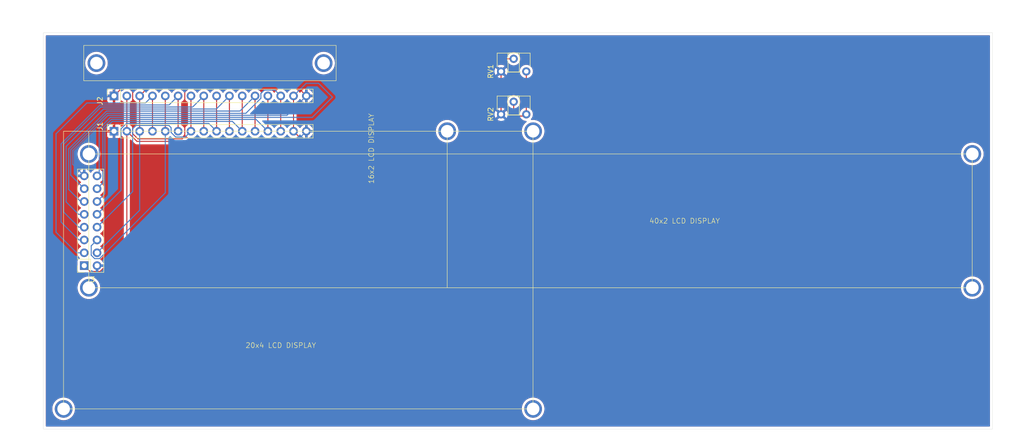
<source format=kicad_pcb>
(kicad_pcb (version 20240108) (generator "pcbnew") (generator_version "8.0")
  (layers (0 "F.Cu" signal) (31 "B.Cu" signal) (34 "B.Paste" user) (35 "F.Paste" user) (36 "B.SilkS" user "B.Silkscreen") (37 "F.SilkS" user "F.Silkscreen") (38 "B.Mask" user) (39 "F.Mask" user) (44 "Edge.Cuts" user))
  (net 0 "")
  (net 1 "GND")
  (net 2 "Net-(J1-Pin_6)")
  (net 3 "VDD")
  (net 4 "Net-(J1-Pin_10)")
  (net 5 "Net-(J1-Pin_9)")
  (net 6 "Net-(J1-Pin_14)")
  (net 7 "Net-(J1-Pin_15)")
  (net 8 "Net-(J1-Pin_11)")
  (net 9 "Net-(J1-Pin_5)")
  (net 10 "Net-(J1-Pin_12)")
  (net 11 "Net-(J1-Pin_8)")
  (net 12 "Net-(J1-Pin_7)")
  (net 13 "Net-(J1-Pin_3)")
  (net 14 "Net-(J1-Pin_4)")
  (net 15 "Net-(J1-Pin_13)")
  (footprint "Connector_PinSocket_2.54mm:PinSocket_2x08_P2.54mm_Vertical" (layer "F.Cu") (at 53.58 109.62 180)
    (property "Reference" "J3" (at -1.27 -2.77 0) (layer "F.SilkS"))
    (property "Value" "Conn_02x08_Odd_Even")
    (fp_line (start 1.33 1.27) (end 1.33 19.11) (stroke (width 0.12)) (layer "F.SilkS"))
    (fp_line (start 1.33 -1.33) (end 1.33 0) (stroke (width 0.12)) (layer "F.SilkS"))
    (fp_line (start 0 -1.33) (end 1.33 -1.33) (stroke (width 0.12)) (layer "F.SilkS"))
    (fp_line (start -1.27 1.27) (end 1.33 1.27) (stroke (width 0.12)) (layer "F.SilkS"))
    (fp_line (start -1.27 -1.33) (end -1.27 1.27) (stroke (width 0.12)) (layer "F.SilkS"))
    (fp_line (start -3.87 19.11) (end 1.33 19.11) (stroke (width 0.12)) (layer "F.SilkS"))
    (fp_line (start -3.87 -1.33) (end -1.27 -1.33) (stroke (width 0.12)) (layer "F.SilkS"))
    (fp_line (start -3.87 -1.33) (end -3.87 19.11) (stroke (width 0.12)) (layer "F.SilkS"))
    (pad "1" thru_hole oval (at -2.54 0 180) (size 1.7 1.7) (drill 1) (layers "*.Cu" "*.Mask") (net 1 "GND"))
    (pad "2" thru_hole rect (at 0 0 180) (size 1.7 1.7) (drill 1) (layers "*.Cu" "*.Mask") (net 3 "VDD"))
    (pad "3" thru_hole oval (at -2.54 2.54 180) (size 1.7 1.7) (drill 1) (layers "*.Cu" "*.Mask") (net 13 "Net-(J1-Pin_3)"))
    (pad "4" thru_hole oval (at 0 2.54 180) (size 1.7 1.7) (drill 1) (layers "*.Cu" "*.Mask") (net 14 "Net-(J1-Pin_4)"))
    (pad "5" thru_hole oval (at -2.54 5.08 180) (size 1.7 1.7) (drill 1) (layers "*.Cu" "*.Mask") (net 9 "Net-(J1-Pin_5)"))
    (pad "6" thru_hole oval (at 0 5.08 180) (size 1.7 1.7) (drill 1) (layers "*.Cu" "*.Mask") (net 2 "Net-(J1-Pin_6)"))
    (pad "7" thru_hole oval (at -2.54 7.62 180) (size 1.7 1.7) (drill 1) (layers "*.Cu" "*.Mask") (net 12 "Net-(J1-Pin_7)"))
    (pad "8" thru_hole oval (at 0 7.62 180) (size 1.7 1.7) (drill 1) (layers "*.Cu" "*.Mask") (net 11 "Net-(J1-Pin_8)"))
    (pad "9" thru_hole oval (at -2.54 10.16 180) (size 1.7 1.7) (drill 1) (layers "*.Cu" "*.Mask") (net 5 "Net-(J1-Pin_9)"))
    (pad "10" thru_hole oval (at 0 10.16 180) (size 1.7 1.7) (drill 1) (layers "*.Cu" "*.Mask") (net 4 "Net-(J1-Pin_10)"))
    (pad "11" thru_hole oval (at -2.54 12.7 180) (size 1.7 1.7) (drill 1) (layers "*.Cu" "*.Mask") (net 8 "Net-(J1-Pin_11)"))
    (pad "12" thru_hole oval (at 0 12.7 180) (size 1.7 1.7) (drill 1) (layers "*.Cu" "*.Mask") (net 10 "Net-(J1-Pin_12)"))
    (pad "13" thru_hole oval (at -2.54 15.24 180) (size 1.7 1.7) (drill 1) (layers "*.Cu" "*.Mask") (net 15 "Net-(J1-Pin_13)"))
    (pad "14" thru_hole oval (at 0 15.24 180) (size 1.7 1.7) (drill 1) (layers "*.Cu" "*.Mask") (net 6 "Net-(J1-Pin_14)"))
    (pad "15" thru_hole oval (at -2.54 17.78 180) (size 1.7 1.7) (drill 1) (layers "*.Cu" "*.Mask") (net 7 "Net-(J1-Pin_15)"))
    (pad "16" thru_hole oval (at 0 17.78 180) (size 1.7 1.7) (drill 1) (layers "*.Cu" "*.Mask") (net 1 "GND"))
  )
  (footprint "Connector_PinSocket_2.54mm:PinSocket_1x16_P2.54mm_Vertical" (layer "F.Cu") (at 59.48 83 90)
    (property "Reference" "J1" (at 1 -2.77 90) (layer "F.SilkS"))
    (property "Value" "Conn_01x16_Pin" (hide yes))
    (fp_line (start 1.33 -1.33) (end 1.33 0) (stroke (width 0.12)) (layer "F.SilkS"))
    (fp_line (start 0 -1.33) (end 1.33 -1.33) (stroke (width 0.12)) (layer "F.SilkS"))
    (fp_line (start 1.33 1.27) (end 1.33 39.43) (stroke (width 0.12)) (layer "F.SilkS"))
    (fp_line (start -1.33 1.27) (end 1.33 1.27) (stroke (width 0.12)) (layer "F.SilkS"))
    (fp_line (start -1.33 1.27) (end -1.33 39.43) (stroke (width 0.12)) (layer "F.SilkS"))
    (fp_line (start -1.33 39.43) (end 1.33 39.43) (stroke (width 0.12)) (layer "F.SilkS"))
    (pad "1" thru_hole rect (at 0 0 90) (size 1.7 1.7) (drill 1) (layers "*.Cu" "*.Mask") (net 1 "GND"))
    (pad "2" thru_hole oval (at 0 2.54 90) (size 1.7 1.7) (drill 1) (layers "*.Cu" "*.Mask") (net 3 "VDD"))
    (pad "3" thru_hole oval (at 0 5.08 90) (size 1.7 1.7) (drill 1) (layers "*.Cu" "*.Mask") (net 13 "Net-(J1-Pin_3)"))
    (pad "4" thru_hole oval (at 0 7.62 90) (size 1.7 1.7) (drill 1) (layers "*.Cu" "*.Mask") (net 14 "Net-(J1-Pin_4)"))
    (pad "5" thru_hole oval (at 0 10.16 90) (size 1.7 1.7) (drill 1) (layers "*.Cu" "*.Mask") (net 9 "Net-(J1-Pin_5)"))
    (pad "6" thru_hole oval (at 0 12.7 90) (size 1.7 1.7) (drill 1) (layers "*.Cu" "*.Mask") (net 2 "Net-(J1-Pin_6)"))
    (pad "7" thru_hole oval (at 0 15.24 90) (size 1.7 1.7) (drill 1) (layers "*.Cu" "*.Mask") (net 12 "Net-(J1-Pin_7)"))
    (pad "8" thru_hole oval (at 0 17.78 90) (size 1.7 1.7) (drill 1) (layers "*.Cu" "*.Mask") (net 11 "Net-(J1-Pin_8)"))
    (pad "9" thru_hole oval (at 0 20.32 90) (size 1.7 1.7) (drill 1) (layers "*.Cu" "*.Mask") (net 5 "Net-(J1-Pin_9)"))
    (pad "10" thru_hole oval (at 0 22.86 90) (size 1.7 1.7) (drill 1) (layers "*.Cu" "*.Mask") (net 4 "Net-(J1-Pin_10)"))
    (pad "11" thru_hole oval (at 0 25.4 90) (size 1.7 1.7) (drill 1) (layers "*.Cu" "*.Mask") (net 8 "Net-(J1-Pin_11)"))
    (pad "12" thru_hole oval (at 0 27.94 90) (size 1.7 1.7) (drill 1) (layers "*.Cu" "*.Mask") (net 10 "Net-(J1-Pin_12)"))
    (pad "13" thru_hole oval (at 0 30.48 90) (size 1.7 1.7) (drill 1) (layers "*.Cu" "*.Mask") (net 15 "Net-(J1-Pin_13)"))
    (pad "14" thru_hole oval (at 0 33.02 90) (size 1.7 1.7) (drill 1) (layers "*.Cu" "*.Mask") (net 6 "Net-(J1-Pin_14)"))
    (pad "15" thru_hole oval (at 0 35.56 90) (size 1.7 1.7) (drill 1) (layers "*.Cu" "*.Mask") (net 7 "Net-(J1-Pin_15)"))
    (pad "16" thru_hole oval (at 0 38.1 90) (size 1.7 1.7) (drill 1) (layers "*.Cu" "*.Mask") (net 1 "GND"))
  )
  (footprint "Potentiometer_THT:Potentiometer_ACP_CA6-H2,5_Horizontal" (layer "F.Cu") (at 136.15 79.65 90)
    (property "Reference" "RV2" (at 0 -2.06 90) (layer "F.SilkS"))
    (property "Value" "10k")
    (fp_line (start 3.62 -0.77) (end 3.62 5.77) (stroke (width 0.12)) (layer "F.SilkS"))
    (fp_line (start 0.925 -0.77) (end 3.62 -0.77) (stroke (width 0.12)) (layer "F.SilkS"))
    (fp_line (start -0.121 1.066) (end -0.121 3.935) (stroke (width 0.12)) (layer "F.SilkS"))
    (fp_line (start 3.62 1.38) (end 3.62 3.62) (stroke (width 0.12)) (layer "F.SilkS"))
    (fp_line (start -0.121 1.38) (end 3.62 1.38) (stroke (width 0.12)) (layer "F.SilkS"))
    (fp_line (start -0.121 1.38) (end -0.121 3.62) (stroke (width 0.12)) (layer "F.SilkS"))
    (fp_line (start -0.121 3.62) (end 3.62 3.62) (stroke (width 0.12)) (layer "F.SilkS"))
    (fp_line (start 0.925 5.77) (end 3.62 5.77) (stroke (width 0.12)) (layer "F.SilkS"))
    (pad "1" thru_hole circle (at 0 0 90) (size 1.62 1.62) (drill 0.9) (layers "*.Cu" "*.Mask") (net 1 "GND"))
    (pad "2" thru_hole circle (at 2.5 2.5 90) (size 1.62 1.62) (drill 0.9) (layers "*.Cu" "*.Mask") (net 7 "Net-(J1-Pin_15)"))
    (pad "3" thru_hole circle (at 0 5 90) (size 1.62 1.62) (drill 0.9) (layers "*.Cu" "*.Mask") (net 3 "VDD"))
  )
  (footprint "Connector_PinSocket_2.54mm:PinSocket_1x16_P2.54mm_Vertical" (layer "F.Cu") (at 59.48 76 90)
    (property "Reference" "J2" (at -1 -2.77 90) (layer "F.SilkS"))
    (property "Value" "Conn_01x16_Pin" (hide yes))
    (fp_line (start 1.33 -1.33) (end 1.33 0) (stroke (width 0.12)) (layer "F.SilkS"))
    (fp_line (start 0 -1.33) (end 1.33 -1.33) (stroke (width 0.12)) (layer "F.SilkS"))
    (fp_line (start 1.33 1.27) (end 1.33 39.43) (stroke (width 0.12)) (layer "F.SilkS"))
    (fp_line (start -1.33 1.27) (end 1.33 1.27) (stroke (width 0.12)) (layer "F.SilkS"))
    (fp_line (start -1.33 1.27) (end -1.33 39.43) (stroke (width 0.12)) (layer "F.SilkS"))
    (fp_line (start -1.33 39.43) (end 1.33 39.43) (stroke (width 0.12)) (layer "F.SilkS"))
    (pad "1" thru_hole rect (at 0 0 90) (size 1.7 1.7) (drill 1) (layers "*.Cu" "*.Mask") (net 1 "GND"))
    (pad "2" thru_hole oval (at 0 2.54 90) (size 1.7 1.7) (drill 1) (layers "*.Cu" "*.Mask") (net 3 "VDD"))
    (pad "3" thru_hole oval (at 0 5.08 90) (size 1.7 1.7) (drill 1) (layers "*.Cu" "*.Mask") (net 13 "Net-(J1-Pin_3)"))
    (pad "4" thru_hole oval (at 0 7.62 90) (size 1.7 1.7) (drill 1) (layers "*.Cu" "*.Mask") (net 14 "Net-(J1-Pin_4)"))
    (pad "5" thru_hole oval (at 0 10.16 90) (size 1.7 1.7) (drill 1) (layers "*.Cu" "*.Mask") (net 9 "Net-(J1-Pin_5)"))
    (pad "6" thru_hole oval (at 0 12.7 90) (size 1.7 1.7) (drill 1) (layers "*.Cu" "*.Mask") (net 2 "Net-(J1-Pin_6)"))
    (pad "7" thru_hole oval (at 0 15.24 90) (size 1.7 1.7) (drill 1) (layers "*.Cu" "*.Mask") (net 12 "Net-(J1-Pin_7)"))
    (pad "8" thru_hole oval (at 0 17.78 90) (size 1.7 1.7) (drill 1) (layers "*.Cu" "*.Mask") (net 11 "Net-(J1-Pin_8)"))
    (pad "9" thru_hole oval (at 0 20.32 90) (size 1.7 1.7) (drill 1) (layers "*.Cu" "*.Mask") (net 5 "Net-(J1-Pin_9)"))
    (pad "10" thru_hole oval (at 0 22.86 90) (size 1.7 1.7) (drill 1) (layers "*.Cu" "*.Mask") (net 4 "Net-(J1-Pin_10)"))
    (pad "11" thru_hole oval (at 0 25.4 90) (size 1.7 1.7) (drill 1) (layers "*.Cu" "*.Mask") (net 8 "Net-(J1-Pin_11)"))
    (pad "12" thru_hole oval (at 0 27.94 90) (size 1.7 1.7) (drill 1) (layers "*.Cu" "*.Mask") (net 10 "Net-(J1-Pin_12)"))
    (pad "13" thru_hole oval (at 0 30.48 90) (size 1.7 1.7) (drill 1) (layers "*.Cu" "*.Mask") (net 15 "Net-(J1-Pin_13)"))
    (pad "14" thru_hole oval (at 0 33.02 90) (size 1.7 1.7) (drill 1) (layers "*.Cu" "*.Mask") (net 6 "Net-(J1-Pin_14)"))
    (pad "15" thru_hole oval (at 0 35.56 90) (size 1.7 1.7) (drill 1) (layers "*.Cu" "*.Mask") (net 7 "Net-(J1-Pin_15)"))
    (pad "16" thru_hole oval (at 0 38.1 90) (size 1.7 1.7) (drill 1) (layers "*.Cu" "*.Mask") (net 1 "GND"))
  )
  (footprint "Potentiometer_THT:Potentiometer_ACP_CA6-H2,5_Horizontal" (layer "F.Cu") (at 136.15 71.15 90)
    (property "Reference" "RV1" (at 0 -2.06 90) (layer "F.SilkS"))
    (property "Value" "10k")
    (fp_line (start 3.62 -0.77) (end 3.62 5.77) (stroke (width 0.12)) (layer "F.SilkS"))
    (fp_line (start 0.925 -0.77) (end 3.62 -0.77) (stroke (width 0.12)) (layer "F.SilkS"))
    (fp_line (start -0.121 1.066) (end -0.121 3.935) (stroke (width 0.12)) (layer "F.SilkS"))
    (fp_line (start 3.62 1.38) (end 3.62 3.62) (stroke (width 0.12)) (layer "F.SilkS"))
    (fp_line (start -0.121 1.38) (end 3.62 1.38) (stroke (width 0.12)) (layer "F.SilkS"))
    (fp_line (start -0.121 1.38) (end -0.121 3.62) (stroke (width 0.12)) (layer "F.SilkS"))
    (fp_line (start -0.121 3.62) (end 3.62 3.62) (stroke (width 0.12)) (layer "F.SilkS"))
    (fp_line (start 0.925 5.77) (end 3.62 5.77) (stroke (width 0.12)) (layer "F.SilkS"))
    (pad "1" thru_hole circle (at 0 0 90) (size 1.62 1.62) (drill 0.9) (layers "*.Cu" "*.Mask") (net 1 "GND"))
    (pad "2" thru_hole circle (at 2.5 2.5 90) (size 1.62 1.62) (drill 0.9) (layers "*.Cu" "*.Mask") (net 13 "Net-(J1-Pin_3)"))
    (pad "3" thru_hole circle (at 0 5 90) (size 1.62 1.62) (drill 0.9) (layers "*.Cu" "*.Mask") (net 3 "VDD"))
  )
  (gr_rect (start 54.48 87.5) (end 229.48 114) (stroke (width 0.1)) (fill none) (layer "F.SilkS"))
  (gr_rect (start 53.48 66) (end 103.48 73) (stroke (width 0.1)) (fill none) (layer "F.SilkS"))
  (gr_rect (start 54.48 83) (end 125.48 114) (stroke (width 0.1)) (fill none) (layer "F.SilkS"))
  (gr_rect (start 49.48 83) (end 142.48 138) (stroke (width 0.1)) (fill none) (layer "F.SilkS"))
  (gr_rect (start 45.48 63.5) (end 233.5 142) (stroke (width 0.05)) (fill none) (layer "Edge.Cuts"))
  (gr_text "40x2 LCD DISPLAY\n" (at 165.48 101.35 0) (layer "F.SilkS") (effects (font (size 1 1) (thickness 0.1)) (justify left bottom)))
  (gr_text "20x4 LCD DISPLAY\n" (at 85.48 126 0) (layer "F.SilkS") (effects (font (size 1 1) (thickness 0.1)) (justify left bottom)))
  (gr_text "16x2 LCD DISPLAY\n" (at 111.04 93.48 90) (layer "F.SilkS") (effects (font (size 1 1) (thickness 0.1)) (justify left bottom)))
  (via (at 229.5 87.5) (size 3.5) (drill 2.5) (layers "F.Cu" "B.Cu") (net 0))
  (via (at 54.5 87.5) (size 3.5) (drill 2.5) (layers "F.Cu" "B.Cu") (net 0))
  (via (at 229.5 114) (size 3.5) (drill 2.5) (layers "F.Cu" "B.Cu") (net 0))
  (via (at 49.5 138) (size 3.5) (drill 2.5) (layers "F.Cu" "B.Cu") (net 0))
  (via (at 101 69.5) (size 3.5) (drill 2.5) (layers "F.Cu" "B.Cu") (net 0))
  (via (at 142.5 83) (size 3.5) (drill 2.5) (layers "F.Cu" "B.Cu") (net 0))
  (via (at 54.5 114) (size 3.5) (drill 2.5) (layers "F.Cu" "B.Cu") (net 0))
  (via (at 142.5 138) (size 3.5) (drill 2.5) (layers "F.Cu" "B.Cu") (net 0))
  (via (at 56 69.5) (size 3.5) (drill 2.5) (layers "F.Cu" "B.Cu") (net 0))
  (via (at 125.48 83) (size 3.5) (drill 2.5) (layers "F.Cu" "B.Cu") (net 0))
  (segment (start 62.5 74.5) (end 60.98 74.5) (width 0.2) (layer "F.Cu") (net 1))
  (segment (start 73 84.5) (end 64.193654 84.5) (width 0.2) (layer "F.Cu") (net 1))
  (segment (start 64.193654 84.5) (end 63.17 83.476346) (width 0.2) (layer "F.Cu") (net 1))
  (segment (start 73.5 75.245686) (end 73.5 84) (width 0.2) (layer "F.Cu") (net 1))
  (segment (start 136.15 79.65) (end 135.65 79.65) (width 0.2) (layer "F.Cu") (net 1))
  (segment (start 63.17 75.17) (end 62.5 74.5) (width 0.2) (layer "F.Cu") (net 1))
  (segment (start 63.17 83.476346) (end 63.17 75.17) (width 0.2) (layer "F.Cu") (net 1))
  (segment (start 60.98 74.5) (end 59.48 76) (width 0.2) (layer "F.Cu") (net 1))
  (segment (start 96.03 74.45) (end 74.295686 74.45) (width 0.2) (layer "F.Cu") (net 1))
  (segment (start 73.5 84) (end 73 84.5) (width 0.2) (layer "F.Cu") (net 1))
  (segment (start 74.295686 74.45) (end 73.5 75.245686) (width 0.2) (layer "F.Cu") (net 1))
  (segment (start 59.48 76) (end 59.48 83) (width 0.2) (layer "F.Cu") (net 1))
  (segment (start 136.15 79.65) (end 136.15 71.15) (width 0.2) (layer "F.Cu") (net 1))
  (segment (start 97.58 76) (end 97.58 83) (width 0.2) (layer "F.Cu") (net 1))
  (segment (start 97.58 76) (end 96.03 74.45) (width 0.2) (layer "F.Cu") (net 1))
  (segment (start 58.281372 79.85) (end 51.3 86.831372) (width 0.2) (layer "B.Cu") (net 1))
  (segment (start 51.3 89.56) (end 53.58 91.84) (width 0.2) (layer "B.Cu") (net 1))
  (segment (start 93.73 79.85) (end 58.281372 79.85) (width 0.2) (layer "B.Cu") (net 1))
  (segment (start 56.12 109.62) (end 70.96 109.62) (width 0.2) (layer "B.Cu") (net 1))
  (segment (start 51.3 86.831372) (end 51.3 89.56) (width 0.2) (layer "B.Cu") (net 1))
  (segment (start 70.96 109.62) (end 97.58 83) (width 0.2) (layer "B.Cu") (net 1))
  (segment (start 97.58 76) (end 93.73 79.85) (width 0.2) (layer "B.Cu") (net 1))
  (segment (start 72.18 76) (end 72.18 83) (width 0.2) (layer "F.Cu") (net 2))
  (segment (start 49 85.5) (end 49 101) (width 0.2) (layer "B.Cu") (net 2))
  (segment (start 49 101) (end 52.54 104.54) (width 0.2) (layer "B.Cu") (net 2))
  (segment (start 70.38 77.8) (end 56.7 77.8) (width 0.2) (layer "B.Cu") (net 2))
  (segment (start 52.54 104.54) (end 53.58 104.54) (width 0.2) (layer "B.Cu") (net 2))
  (segment (start 56.7 77.8) (end 49 85.5) (width 0.2) (layer "B.Cu") (net 2))
  (segment (start 72.18 76) (end 70.38 77.8) (width 0.2) (layer "B.Cu") (net 2))
  (segment (start 62.02 105.48) (end 62.02 83) (width 0.2) (layer "F.Cu") (net 3))
  (segment (start 54.73 110.77) (end 56.73 110.77) (width 0.2) (layer "F.Cu") (net 3))
  (segment (start 138.5 80) (end 140.8 80) (width 0.2) (layer "F.Cu") (net 3))
  (segment (start 53.58 109.62) (end 54.73 110.77) (width 0.2) (layer "F.Cu") (net 3))
  (segment (start 104.54 94.04) (end 124.46 94.04) (width 0.2) (layer "F.Cu") (net 3))
  (segment (start 62.02 76) (end 62.02 83) (width 0.2) (layer "F.Cu") (net 3))
  (segment (start 64.02 85) (end 95.5 85) (width 0.2) (layer "F.Cu") (net 3))
  (segment (start 141.15 71.15) (end 141.15 79.65) (width 0.2) (layer "F.Cu") (net 3))
  (segment (start 56.73 110.77) (end 62.02 105.48) (width 0.2) (layer "F.Cu") (net 3))
  (segment (start 62.02 83) (end 64.02 85) (width 0.2) (layer "F.Cu") (net 3))
  (segment (start 95.5 85) (end 104.54 94.04) (width 0.2) (layer "F.Cu") (net 3))
  (segment (start 140.8 80) (end 141.15 79.65) (width 0.2) (layer "F.Cu") (net 3))
  (segment (start 124.46 94.04) (end 138.5 80) (width 0.2) (layer "F.Cu") (net 3))
  (segment (start 82.34 76) (end 82.34 83) (width 0.2) (layer "F.Cu") (net 4))
  (segment (start 50 86) (end 50 97) (width 0.2) (layer "B.Cu") (net 4))
  (segment (start 50 97) (end 52.46 99.46) (width 0.2) (layer "B.Cu") (net 4))
  (segment (start 57.4 78.6) (end 50 86) (width 0.2) (layer "B.Cu") (net 4))
  (segment (start 52.46 99.46) (end 53.58 99.46) (width 0.2) (layer "B.Cu") (net 4))
  (segment (start 79.74 78.6) (end 57.4 78.6) (width 0.2) (layer "B.Cu") (net 4))
  (segment (start 82.34 76) (end 79.74 78.6) (width 0.2) (layer "B.Cu") (net 4))
  (segment (start 79.8 76) (end 79.8 83) (width 0.2) (layer "F.Cu") (net 5))
  (segment (start 60.87 94.71) (end 56.12 99.46) (width 0.2) (layer "B.Cu") (net 5))
  (segment (start 60.87 82.523654) (end 60.87 94.71) (width 0.2) (layer "B.Cu") (net 5))
  (segment (start 61.943654 81.45) (end 60.87 82.523654) (width 0.2) (layer "B.Cu") (net 5))
  (segment (start 79.8 83) (end 78.25 81.45) (width 0.2) (layer "B.Cu") (net 5))
  (segment (start 78.25 81.45) (end 61.943654 81.45) (width 0.2) (layer "B.Cu") (net 5))
  (segment (start 92.5 76) (end 92.5 83) (width 0.2) (layer "F.Cu") (net 6))
  (segment (start 88.57 76.476346) (end 85.596346 79.45) (width 0.2) (layer "B.Cu") (net 6))
  (segment (start 91.35 74.85) (end 89.243654 74.85) (width 0.2) (layer "B.Cu") (net 6))
  (segment (start 89.243654 74.85) (end 88.57 75.523654) (width 0.2) (layer "B.Cu") (net 6))
  (segment (start 58.115686 79.45) (end 50.9 86.665686) (width 0.2) (layer "B.Cu") (net 6))
  (segment (start 85.596346 79.45) (end 58.115686 79.45) (width 0.2) (layer "B.Cu") (net 6))
  (segment (start 92.5 76) (end 91.35 74.85) (width 0.2) (layer "B.Cu") (net 6))
  (segment (start 50.9 91.7) (end 53.58 94.38) (width 0.2) (layer "B.Cu") (net 6))
  (segment (start 50.9 86.665686) (end 50.9 91.7) (width 0.2) (layer "B.Cu") (net 6))
  (segment (start 88.57 75.523654) (end 88.57 76.476346) (width 0.2) (layer "B.Cu") (net 6))
  (segment (start 138.65 79.284314) (end 124.967157 92.967157) (width 0.2) (layer "F.Cu") (net 7))
  (segment (start 138.65 77.15) (end 138.65 79.284314) (width 0.2) (layer "F.Cu") (net 7))
  (segment (start 95.04 76) (end 95.04 83) (width 0.2) (layer "F.Cu") (net 7))
  (segment (start 124.967157 92.967157) (end 105.007157 92.967157) (width 0.2) (layer "F.Cu") (net 7))
  (segment (start 124.967157 92.967157) (end 124.934314 93) (width 0.2) (layer "F.Cu") (net 7))
  (segment (start 105.007157 92.967157) (end 95.04 83) (width 0.2) (layer "F.Cu") (net 7))
  (segment (start 56.55 82.45) (end 58.75 80.25) (width 0.2) (layer "B.Cu") (net 7))
  (segment (start 97.54 73.5) (end 95.04 76) (width 0.2) (layer "B.Cu") (net 7))
  (segment (start 58.75 80.25) (end 98.75 80.25) (width 0.2) (layer "B.Cu") (net 7))
  (segment (start 102.75 76.25) (end 100 73.5) (width 0.2) (layer "B.Cu") (net 7))
  (segment (start 56.55 91.41) (end 56.55 82.45) (width 0.2) (layer "B.Cu") (net 7))
  (segment (start 100 73.5) (end 97.54 73.5) (width 0.2) (layer "B.Cu") (net 7))
  (segment (start 98.75 80.25) (end 102.75 76.25) (width 0.2) (layer "B.Cu") (net 7))
  (segment (start 56.12 91.84) (end 56.55 91.41) (width 0.2) (layer "B.Cu") (net 7))
  (segment (start 84.88 76) (end 84.88 83) (width 0.2) (layer "F.Cu") (net 8))
  (segment (start 57.67 82.51) (end 57.67 95.37) (width 0.2) (layer "B.Cu") (net 8))
  (segment (start 57.67 95.37) (end 56.12 96.92) (width 0.2) (layer "B.Cu") (net 8))
  (segment (start 59.13 81.05) (end 57.67 82.51) (width 0.2) (layer "B.Cu") (net 8))
  (segment (start 82.93 81.05) (end 59.13 81.05) (width 0.2) (layer "B.Cu") (net 8))
  (segment (start 84.88 83) (end 82.93 81.05) (width 0.2) (layer "B.Cu") (net 8))
  (segment (start 69.64 76) (end 69.64 83) (width 0.2) (layer "F.Cu") (net 9))
  (segment (start 69.64 83) (end 69.64 95.186346) (width 0.2) (layer "B.Cu") (net 9))
  (segment (start 54.97 107.556346) (end 54.97 105.69) (width 0.2) (layer "B.Cu") (net 9))
  (segment (start 56.596346 108.23) (end 55.643654 108.23) (width 0.2) (layer "B.Cu") (net 9))
  (segment (start 55.643654 108.23) (end 54.97 107.556346) (width 0.2) (layer "B.Cu") (net 9))
  (segment (start 54.97 105.69) (end 56.12 104.54) (width 0.2) (layer "B.Cu") (net 9))
  (segment (start 69.64 95.186346) (end 56.596346 108.23) (width 0.2) (layer "B.Cu") (net 9))
  (segment (start 87.42 76) (end 87.42 83) (width 0.2) (layer "F.Cu") (net 10))
  (segment (start 50.5 94.54) (end 52.88 96.92) (width 0.2) (layer "B.Cu") (net 10))
  (segment (start 52.88 96.92) (end 53.58 96.92) (width 0.2) (layer "B.Cu") (net 10))
  (segment (start 84.42 79) (end 58 79) (width 0.2) (layer "B.Cu") (net 10))
  (segment (start 87.42 76) (end 84.42 79) (width 0.2) (layer "B.Cu") (net 10))
  (segment (start 58 79) (end 50.5 86.5) (width 0.2) (layer "B.Cu") (net 10))
  (segment (start 50.5 86.5) (end 50.5 94.54) (width 0.2) (layer "B.Cu") (net 10))
  (segment (start 77.26 76) (end 77.26 83) (width 0.2) (layer "F.Cu") (net 11))
  (segment (start 49.5 85.565686) (end 49.5 99) (width 0.2) (layer "B.Cu") (net 11))
  (segment (start 52.5 102) (end 53.58 102) (width 0.2) (layer "B.Cu") (net 11))
  (segment (start 77.26 76) (end 75.06 78.2) (width 0.2) (layer "B.Cu") (net 11))
  (segment (start 56.865686 78.2) (end 49.5 85.565686) (width 0.2) (layer "B.Cu") (net 11))
  (segment (start 75.06 78.2) (end 56.865686 78.2) (width 0.2) (layer "B.Cu") (net 11))
  (segment (start 49.5 99) (end 52.5 102) (width 0.2) (layer "B.Cu") (net 11))
  (segment (start 74.72 76) (end 74.72 83) (width 0.2) (layer "F.Cu") (net 12))
  (segment (start 63.843654 81.85) (end 63.17 82.523654) (width 0.2) (layer "B.Cu") (net 12))
  (segment (start 73.57 84.15) (end 71.703654 84.15) (width 0.2) (layer "B.Cu") (net 12))
  (segment (start 71.703654 84.15) (end 70.79 83.236346) (width 0.2) (layer "B.Cu") (net 12))
  (segment (start 70.79 82.29) (end 70.35 81.85) (width 0.2) (layer "B.Cu") (net 12))
  (segment (start 70.35 81.85) (end 63.843654 81.85) (width 0.2) (layer "B.Cu") (net 12))
  (segment (start 74.72 83) (end 73.57 84.15) (width 0.2) (layer "B.Cu") (net 12))
  (segment (start 63.17 94.95) (end 56.12 102) (width 0.2) (layer "B.Cu") (net 12))
  (segment (start 63.17 82.523654) (end 63.17 94.95) (width 0.2) (layer "B.Cu") (net 12))
  (segment (start 70.79 83.236346) (end 70.79 82.29) (width 0.2) (layer "B.Cu") (net 12))
  (segment (start 138.65 68.65) (end 130.15 68.65) (width 0.2) (layer "F.Cu") (net 13))
  (segment (start 130.15 68.65) (end 127.1 65.6) (width 0.2) (layer "F.Cu") (net 13))
  (segment (start 127.1 65.6) (end 74.96 65.6) (width 0.2) (layer "F.Cu") (net 13))
  (segment (start 64.56 76) (end 64.56 83) (width 0.2) (layer "F.Cu") (net 13))
  (segment (start 74.96 65.6) (end 64.56 76) (width 0.2) (layer "F.Cu") (net 13))
  (segment (start 64.56 83) (end 64.56 98.64) (width 0.2) (layer "B.Cu") (net 13))
  (segment (start 64.56 98.64) (end 56.12 107.08) (width 0.2) (layer "B.Cu") (net 13))
  (segment (start 67.1 76) (end 67.1 83) (width 0.2) (layer "F.Cu") (net 14))
  (segment (start 52.08 107.08) (end 48 103) (width 0.2) (layer "B.Cu") (net 14))
  (segment (start 54.1 77.4) (end 65.7 77.4) (width 0.2) (layer "B.Cu") (net 14))
  (segment (start 53.58 107.08) (end 52.08 107.08) (width 0.2) (layer "B.Cu") (net 14))
  (segment (start 65.7 77.4) (end 67.1 76) (width 0.2) (layer "B.Cu") (net 14))
  (segment (start 48 83.5) (end 54.1 77.4) (width 0.2) (layer "B.Cu") (net 14))
  (segment (start 48 103) (end 48 83.5) (width 0.2) (layer "B.Cu") (net 14))
  (segment (start 89.96 76) (end 89.96 83) (width 0.2) (layer "F.Cu") (net 15))
  (segment (start 57.27 82.344314) (end 57.27 93.23) (width 0.2) (layer "B.Cu") (net 15))
  (segment (start 58.964314 80.65) (end 57.27 82.344314) (width 0.2) (layer "B.Cu") (net 15))
  (segment (start 57.27 93.23) (end 56.12 94.38) (width 0.2) (layer "B.Cu") (net 15))
  (segment (start 89.96 83) (end 87.61 80.65) (width 0.2) (layer "B.Cu") (net 15))
  (segment (start 87.61 80.65) (end 58.964314 80.65) (width 0.2) (layer "B.Cu") (net 15))
  (zone (net 1) (net_name "GND") (layer "F.Cu") (connect_pads (clearance 0.5)) (min_thickness 0.25) (fill yes (thermal_gap 0.5) (thermal_bridge_width 0.5))
    (polygon (pts (xy 45.5 63.5) (xy 233.5 63.5) (xy 233.5 142) (xy 45.5 142)))
  )
  (zone (net 1) (net_name "GND") (layer "B.Cu") (priority 1) (connect_pads (clearance 0.5)) (min_thickness 0.25) (fill yes (thermal_gap 0.5) (thermal_bridge_width 0.5))
    (polygon (pts (xy 45.5 63.5) (xy 233.5 63.5) (xy 233.5 142) (xy 45.5 142)))
  )
)
</source>
